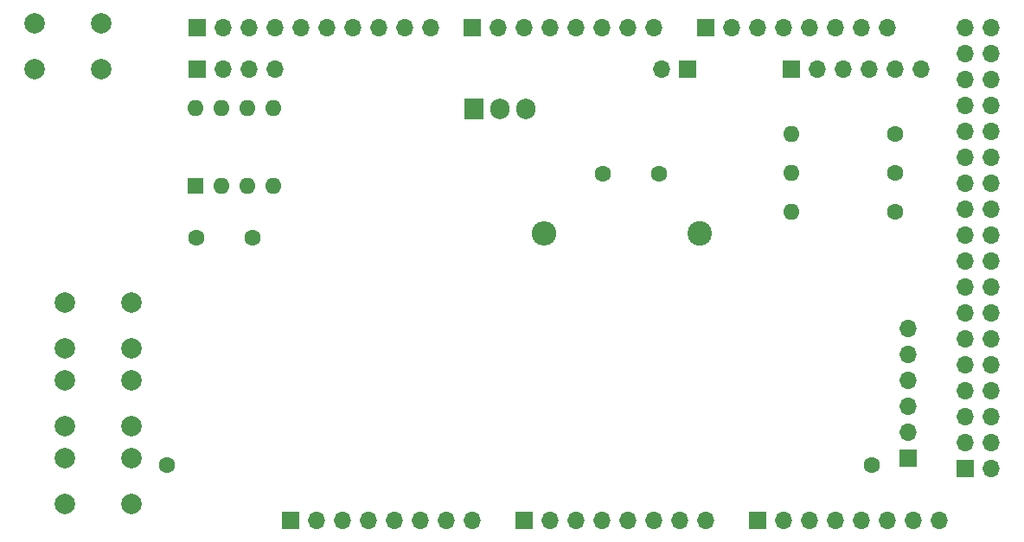
<source format=gbr>
G04 #@! TF.GenerationSoftware,KiCad,Pcbnew,(5.1.9)-1*
G04 #@! TF.CreationDate,2021-04-10T17:02:56+02:00*
G04 #@! TF.ProjectId,Battery_analyzer_MKII,42617474-6572-4795-9f61-6e616c797a65,2*
G04 #@! TF.SameCoordinates,Original*
G04 #@! TF.FileFunction,Soldermask,Bot*
G04 #@! TF.FilePolarity,Negative*
%FSLAX46Y46*%
G04 Gerber Fmt 4.6, Leading zero omitted, Abs format (unit mm)*
G04 Created by KiCad (PCBNEW (5.1.9)-1) date 2021-04-10 17:02:56*
%MOMM*%
%LPD*%
G01*
G04 APERTURE LIST*
%ADD10R,1.700000X1.700000*%
%ADD11O,1.700000X1.700000*%
%ADD12O,1.600000X1.600000*%
%ADD13R,1.600000X1.600000*%
%ADD14C,2.000000*%
%ADD15C,1.600000*%
%ADD16O,2.400000X2.400000*%
%ADD17C,2.400000*%
%ADD18O,1.905000X2.000000*%
%ADD19R,1.905000X2.000000*%
G04 APERTURE END LIST*
D10*
X197358000Y-114046000D03*
D11*
X199898000Y-114046000D03*
X197358000Y-111506000D03*
X199898000Y-111506000D03*
X197358000Y-108966000D03*
X199898000Y-108966000D03*
X197358000Y-106426000D03*
X199898000Y-106426000D03*
X197358000Y-103886000D03*
X199898000Y-103886000D03*
X197358000Y-101346000D03*
X199898000Y-101346000D03*
X197358000Y-98806000D03*
X199898000Y-98806000D03*
X197358000Y-96266000D03*
X199898000Y-96266000D03*
X197358000Y-93726000D03*
X199898000Y-93726000D03*
X197358000Y-91186000D03*
X199898000Y-91186000D03*
X197358000Y-88646000D03*
X199898000Y-88646000D03*
X197358000Y-86106000D03*
X199898000Y-86106000D03*
X197358000Y-83566000D03*
X199898000Y-83566000D03*
X197358000Y-81026000D03*
X199898000Y-81026000D03*
X197358000Y-78486000D03*
X199898000Y-78486000D03*
X197358000Y-75946000D03*
X199898000Y-75946000D03*
X197358000Y-73406000D03*
X199898000Y-73406000D03*
X197358000Y-70866000D03*
X199898000Y-70866000D03*
D12*
X122010000Y-78720000D03*
X129630000Y-86340000D03*
X124550000Y-78720000D03*
X127090000Y-86340000D03*
X127090000Y-78720000D03*
X124550000Y-86340000D03*
X129630000Y-78720000D03*
D13*
X122010000Y-86340000D03*
D14*
X115720000Y-113030000D03*
X115720000Y-117530000D03*
X109220000Y-113030000D03*
X109220000Y-117530000D03*
D15*
X119210000Y-113740000D03*
X188210000Y-113740000D03*
D11*
X167640000Y-74930000D03*
D10*
X170180000Y-74930000D03*
D14*
X115720000Y-105410000D03*
X115720000Y-109910000D03*
X109220000Y-105410000D03*
X109220000Y-109910000D03*
X115720000Y-97790000D03*
X115720000Y-102290000D03*
X109220000Y-97790000D03*
X109220000Y-102290000D03*
D10*
X180340000Y-74930000D03*
D11*
X182880000Y-74930000D03*
X185420000Y-74930000D03*
X187960000Y-74930000D03*
X190500000Y-74930000D03*
X193040000Y-74930000D03*
X129794000Y-74930000D03*
X127254000Y-74930000D03*
X124714000Y-74930000D03*
D10*
X122174000Y-74930000D03*
D14*
X106262646Y-74930000D03*
X106262646Y-70430000D03*
X112762646Y-74930000D03*
X112762646Y-70430000D03*
D12*
X180340000Y-81280000D03*
D15*
X190500000Y-81280000D03*
D12*
X180340000Y-88900000D03*
D15*
X190500000Y-88900000D03*
D12*
X180340000Y-85090000D03*
D15*
X190500000Y-85090000D03*
D16*
X156170000Y-91040000D03*
D17*
X171410000Y-91040000D03*
D18*
X154390000Y-78840000D03*
X151850000Y-78840000D03*
D19*
X149310000Y-78840000D03*
D11*
X191770000Y-100330000D03*
X191770000Y-102870000D03*
X191770000Y-105410000D03*
X191770000Y-107950000D03*
X191770000Y-110490000D03*
D10*
X191770000Y-113030000D03*
D15*
X161860000Y-85140000D03*
X167360000Y-85140000D03*
X127560000Y-91440000D03*
X122060000Y-91440000D03*
D11*
X149098000Y-119126000D03*
X146558000Y-119126000D03*
X144018000Y-119126000D03*
X141478000Y-119126000D03*
X138938000Y-119126000D03*
X136398000Y-119126000D03*
X133858000Y-119126000D03*
D10*
X131318000Y-119126000D03*
X154178000Y-119126000D03*
D11*
X156718000Y-119126000D03*
X159258000Y-119126000D03*
X161798000Y-119126000D03*
X164338000Y-119126000D03*
X166878000Y-119126000D03*
X169418000Y-119126000D03*
X171958000Y-119126000D03*
D10*
X177038000Y-119126000D03*
D11*
X179578000Y-119126000D03*
X182118000Y-119126000D03*
X184658000Y-119126000D03*
X187198000Y-119126000D03*
X189738000Y-119126000D03*
X192278000Y-119126000D03*
X194818000Y-119126000D03*
D10*
X122174000Y-70866000D03*
D11*
X124714000Y-70866000D03*
X127254000Y-70866000D03*
X129794000Y-70866000D03*
X132334000Y-70866000D03*
X134874000Y-70866000D03*
X137414000Y-70866000D03*
X139954000Y-70866000D03*
X142494000Y-70866000D03*
X145034000Y-70866000D03*
X166878000Y-70866000D03*
X164338000Y-70866000D03*
X161798000Y-70866000D03*
X159258000Y-70866000D03*
X156718000Y-70866000D03*
X154178000Y-70866000D03*
X151638000Y-70866000D03*
D10*
X149098000Y-70866000D03*
X171958000Y-70866000D03*
D11*
X174498000Y-70866000D03*
X177038000Y-70866000D03*
X179578000Y-70866000D03*
X182118000Y-70866000D03*
X184658000Y-70866000D03*
X187198000Y-70866000D03*
X189738000Y-70866000D03*
M02*

</source>
